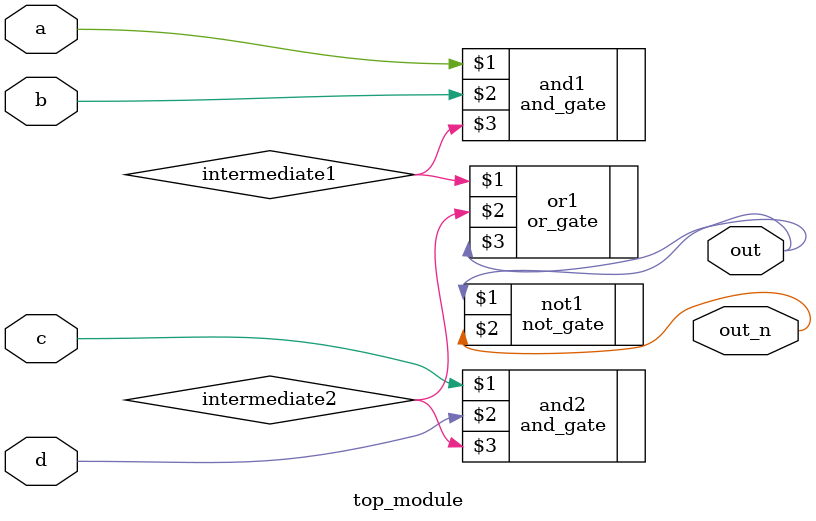
<source format=sv>
module top_module (
	input a,
	input b,
	input c,
	input d,
	output out,
	output out_n );

	wire intermediate1;
	wire intermediate2;

	and_gate and1(a, b, intermediate1);
	and_gate and2(c, d, intermediate2);
	or_gate or1(intermediate1, intermediate2, out);
	not_gate not1(out, out_n);

endmodule

</source>
